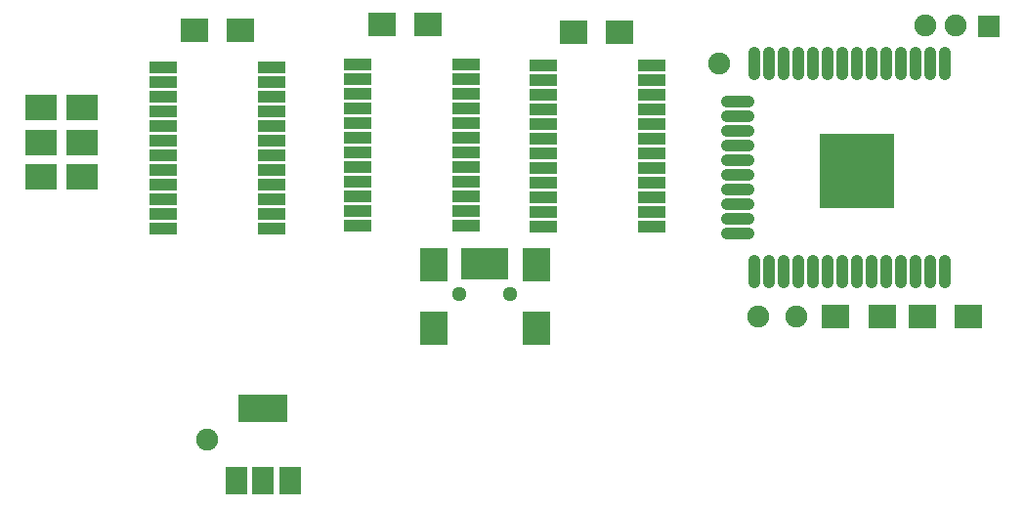
<source format=gbr>
G04 #@! TF.FileFunction,Soldermask,Bot*
%FSLAX46Y46*%
G04 Gerber Fmt 4.6, Leading zero omitted, Abs format (unit mm)*
G04 Created by KiCad (PCBNEW 4.0.6) date Tuesday, 30 January 2018 'PMt' 23:50:50*
%MOMM*%
%LPD*%
G01*
G04 APERTURE LIST*
%ADD10C,0.100000*%
%ADD11O,1.100000X2.900000*%
%ADD12O,2.900000X1.100000*%
%ADD13R,6.400000X6.400000*%
%ADD14R,2.400000X2.100000*%
%ADD15R,4.200000X2.400000*%
%ADD16R,1.900000X2.400000*%
%ADD17R,2.400000X2.000000*%
%ADD18R,2.400000X1.000000*%
%ADD19R,2.800000X2.200860*%
%ADD20R,0.900380X2.701240*%
%ADD21R,2.398980X2.899360*%
%ADD22C,1.299160*%
%ADD23C,1.900000*%
%ADD24R,1.900000X1.900000*%
G04 APERTURE END LIST*
D10*
D11*
X235800000Y-80400000D03*
X234530000Y-80400000D03*
X233260000Y-80400000D03*
X231990000Y-80400000D03*
X230720000Y-80400000D03*
X229450000Y-80400000D03*
X228180000Y-80400000D03*
X226910000Y-80400000D03*
X225640000Y-80400000D03*
X224370000Y-80400000D03*
X223100000Y-80400000D03*
X221830000Y-80400000D03*
X220560000Y-80400000D03*
X219290000Y-80400000D03*
D12*
X217800000Y-83685000D03*
X217800000Y-84955000D03*
X217800000Y-86225000D03*
X217800000Y-87495000D03*
X217800000Y-88765000D03*
X217800000Y-90035000D03*
X217800000Y-91305000D03*
X217800000Y-92575000D03*
X217800000Y-93845000D03*
X217800000Y-95115000D03*
D11*
X219290000Y-98400000D03*
X220560000Y-98400000D03*
X221830000Y-98400000D03*
X223100000Y-98400000D03*
X224370000Y-98400000D03*
X225640000Y-98400000D03*
X226910000Y-98400000D03*
X228180000Y-98400000D03*
X229450000Y-98400000D03*
X230720000Y-98400000D03*
X231990000Y-98400000D03*
X233260000Y-98400000D03*
X234530000Y-98400000D03*
X235800000Y-98400000D03*
D13*
X228100000Y-89700000D03*
D14*
X230300000Y-102300000D03*
X226300000Y-102300000D03*
X170750000Y-77500000D03*
X174750000Y-77500000D03*
D15*
X176700000Y-110300000D03*
D16*
X176700000Y-116600000D03*
X174400000Y-116600000D03*
X179000000Y-116600000D03*
D17*
X233800000Y-102300000D03*
X237800000Y-102300000D03*
D14*
X203600000Y-77700000D03*
X207600000Y-77700000D03*
X187000000Y-77000000D03*
X191000000Y-77000000D03*
D18*
X210400000Y-80610000D03*
X210400000Y-81880000D03*
X210400000Y-83150000D03*
X210400000Y-84420000D03*
X210400000Y-85690000D03*
X210400000Y-86960000D03*
X210400000Y-88230000D03*
X210400000Y-89500000D03*
X210400000Y-90770000D03*
X210400000Y-92040000D03*
X210400000Y-93310000D03*
X210400000Y-94580000D03*
X201000000Y-94580000D03*
X201000000Y-93310000D03*
X201000000Y-92040000D03*
X201000000Y-90770000D03*
X201000000Y-89500000D03*
X201000000Y-88230000D03*
X201000000Y-86960000D03*
X201000000Y-85690000D03*
X201000000Y-84420000D03*
X201000000Y-83150000D03*
X201000000Y-81880000D03*
X201000000Y-80610000D03*
X194250000Y-80530000D03*
X194250000Y-81800000D03*
X194250000Y-83070000D03*
X194250000Y-84340000D03*
X194250000Y-85610000D03*
X194250000Y-86880000D03*
X194250000Y-88150000D03*
X194250000Y-89420000D03*
X194250000Y-90690000D03*
X194250000Y-91960000D03*
X194250000Y-93230000D03*
X194250000Y-94500000D03*
X184850000Y-94500000D03*
X184850000Y-93230000D03*
X184850000Y-91960000D03*
X184850000Y-90690000D03*
X184850000Y-89420000D03*
X184850000Y-88150000D03*
X184850000Y-86880000D03*
X184850000Y-85610000D03*
X184850000Y-84340000D03*
X184850000Y-83070000D03*
X184850000Y-81800000D03*
X184850000Y-80530000D03*
D19*
X157400000Y-90250000D03*
X161000000Y-90250000D03*
X157400000Y-87250000D03*
X161000000Y-87250000D03*
X157400000Y-84250000D03*
X161000000Y-84250000D03*
D20*
X197500200Y-97750680D03*
X196700100Y-97750680D03*
X195900000Y-97750680D03*
X195099900Y-97750680D03*
X194299800Y-97750680D03*
D21*
X200350080Y-97849740D03*
X200350080Y-103348840D03*
X191449920Y-97849740D03*
X191449920Y-103348840D03*
D22*
X198099640Y-100349100D03*
X193700360Y-100349100D03*
D18*
X177450000Y-80765000D03*
X177450000Y-82035000D03*
X177450000Y-83305000D03*
X177450000Y-84575000D03*
X177450000Y-85845000D03*
X177450000Y-87115000D03*
X177450000Y-88385000D03*
X177450000Y-89655000D03*
X177450000Y-90925000D03*
X177450000Y-92195000D03*
X177450000Y-93465000D03*
X177450000Y-94735000D03*
X168050000Y-94735000D03*
X168050000Y-93465000D03*
X168050000Y-92195000D03*
X168050000Y-90925000D03*
X168050000Y-89655000D03*
X168050000Y-88385000D03*
X168050000Y-87115000D03*
X168050000Y-85845000D03*
X168050000Y-84575000D03*
X168050000Y-83305000D03*
X168050000Y-82035000D03*
X168050000Y-80765000D03*
D23*
X171800000Y-113000000D03*
D24*
X239600000Y-77200000D03*
D23*
X219600000Y-102300000D03*
X222900000Y-102300000D03*
X236700000Y-77100000D03*
X234100000Y-77100000D03*
X216200000Y-80400000D03*
M02*

</source>
